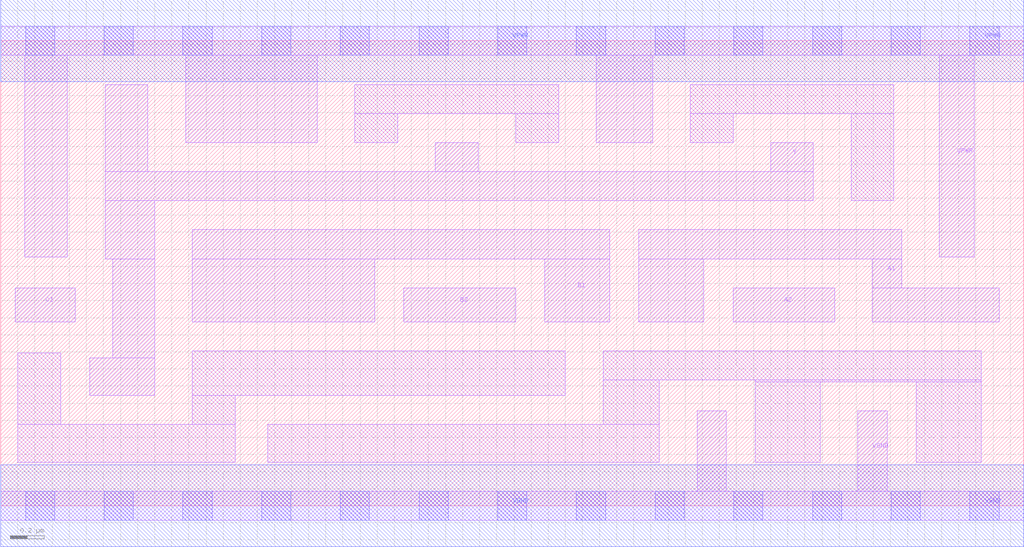
<source format=lef>
# Copyright 2020 The SkyWater PDK Authors
#
# Licensed under the Apache License, Version 2.0 (the "License");
# you may not use this file except in compliance with the License.
# You may obtain a copy of the License at
#
#     https://www.apache.org/licenses/LICENSE-2.0
#
# Unless required by applicable law or agreed to in writing, software
# distributed under the License is distributed on an "AS IS" BASIS,
# WITHOUT WARRANTIES OR CONDITIONS OF ANY KIND, either express or implied.
# See the License for the specific language governing permissions and
# limitations under the License.
#
# SPDX-License-Identifier: Apache-2.0

VERSION 5.7 ;
  NAMESCASESENSITIVE ON ;
  NOWIREEXTENSIONATPIN ON ;
  DIVIDERCHAR "/" ;
  BUSBITCHARS "[]" ;
UNITS
  DATABASE MICRONS 200 ;
END UNITS
PROPERTYDEFINITIONS
  MACRO maskLayoutSubType STRING ;
  MACRO prCellType STRING ;
  MACRO originalViewName STRING ;
END PROPERTYDEFINITIONS
MACRO sky130_fd_sc_hdll__o221ai_2
  CLASS CORE ;
  FOREIGN sky130_fd_sc_hdll__o221ai_2 ;
  ORIGIN  0.000000  0.000000 ;
  SIZE  5.980000 BY  2.720000 ;
  SYMMETRY X Y R90 ;
  SITE unithd ;
  PIN A1
    ANTENNAGATEAREA  0.555000 ;
    DIRECTION INPUT ;
    USE SIGNAL ;
    PORT
      LAYER li1 ;
        RECT 3.730000 1.075000 4.110000 1.445000 ;
        RECT 3.730000 1.445000 5.265000 1.615000 ;
        RECT 5.095000 1.075000 5.835000 1.275000 ;
        RECT 5.095000 1.275000 5.265000 1.445000 ;
    END
  END A1
  PIN A2
    ANTENNAGATEAREA  0.555000 ;
    DIRECTION INPUT ;
    USE SIGNAL ;
    PORT
      LAYER li1 ;
        RECT 4.280000 1.075000 4.875000 1.275000 ;
    END
  END A2
  PIN B1
    ANTENNAGATEAREA  0.555000 ;
    DIRECTION INPUT ;
    USE SIGNAL ;
    PORT
      LAYER li1 ;
        RECT 1.120000 1.075000 2.185000 1.445000 ;
        RECT 1.120000 1.445000 3.560000 1.615000 ;
        RECT 3.180000 1.075000 3.560000 1.445000 ;
    END
  END B1
  PIN B2
    ANTENNAGATEAREA  0.555000 ;
    DIRECTION INPUT ;
    USE SIGNAL ;
    PORT
      LAYER li1 ;
        RECT 2.355000 1.075000 3.010000 1.275000 ;
    END
  END B2
  PIN C1
    ANTENNAGATEAREA  0.555000 ;
    DIRECTION INPUT ;
    USE SIGNAL ;
    PORT
      LAYER li1 ;
        RECT 0.085000 1.075000 0.435000 1.275000 ;
    END
  END C1
  PIN Y
    ANTENNADIFFAREA  1.078000 ;
    DIRECTION OUTPUT ;
    USE SIGNAL ;
    PORT
      LAYER li1 ;
        RECT 0.520000 0.645000 0.900000 0.865000 ;
        RECT 0.610000 1.445000 0.900000 1.785000 ;
        RECT 0.610000 1.785000 4.750000 1.955000 ;
        RECT 0.610000 1.955000 0.860000 2.465000 ;
        RECT 0.655000 0.865000 0.900000 1.445000 ;
        RECT 2.540000 1.955000 2.790000 2.125000 ;
        RECT 4.500000 1.955000 4.750000 2.125000 ;
    END
  END Y
  PIN VGND
    DIRECTION INOUT ;
    USE GROUND ;
    PORT
      LAYER li1 ;
        RECT 0.000000 -0.085000 5.980000 0.085000 ;
        RECT 4.070000  0.085000 4.240000 0.555000 ;
        RECT 5.010000  0.085000 5.180000 0.555000 ;
      LAYER mcon ;
        RECT 0.145000 -0.085000 0.315000 0.085000 ;
        RECT 0.605000 -0.085000 0.775000 0.085000 ;
        RECT 1.065000 -0.085000 1.235000 0.085000 ;
        RECT 1.525000 -0.085000 1.695000 0.085000 ;
        RECT 1.985000 -0.085000 2.155000 0.085000 ;
        RECT 2.445000 -0.085000 2.615000 0.085000 ;
        RECT 2.905000 -0.085000 3.075000 0.085000 ;
        RECT 3.365000 -0.085000 3.535000 0.085000 ;
        RECT 3.825000 -0.085000 3.995000 0.085000 ;
        RECT 4.285000 -0.085000 4.455000 0.085000 ;
        RECT 4.745000 -0.085000 4.915000 0.085000 ;
        RECT 5.205000 -0.085000 5.375000 0.085000 ;
        RECT 5.665000 -0.085000 5.835000 0.085000 ;
      LAYER met1 ;
        RECT 0.000000 -0.240000 5.980000 0.240000 ;
    END
  END VGND
  PIN VPWR
    DIRECTION INOUT ;
    USE POWER ;
    PORT
      LAYER li1 ;
        RECT 0.000000 2.635000 5.980000 2.805000 ;
        RECT 0.140000 1.455000 0.390000 2.635000 ;
        RECT 1.080000 2.125000 1.850000 2.635000 ;
        RECT 3.480000 2.125000 3.810000 2.635000 ;
        RECT 5.485000 1.455000 5.690000 2.635000 ;
      LAYER mcon ;
        RECT 0.145000 2.635000 0.315000 2.805000 ;
        RECT 0.605000 2.635000 0.775000 2.805000 ;
        RECT 1.065000 2.635000 1.235000 2.805000 ;
        RECT 1.525000 2.635000 1.695000 2.805000 ;
        RECT 1.985000 2.635000 2.155000 2.805000 ;
        RECT 2.445000 2.635000 2.615000 2.805000 ;
        RECT 2.905000 2.635000 3.075000 2.805000 ;
        RECT 3.365000 2.635000 3.535000 2.805000 ;
        RECT 3.825000 2.635000 3.995000 2.805000 ;
        RECT 4.285000 2.635000 4.455000 2.805000 ;
        RECT 4.745000 2.635000 4.915000 2.805000 ;
        RECT 5.205000 2.635000 5.375000 2.805000 ;
        RECT 5.665000 2.635000 5.835000 2.805000 ;
      LAYER met1 ;
        RECT 0.000000 2.480000 5.980000 2.960000 ;
    END
  END VPWR
  OBS
    LAYER li1 ;
      RECT 0.100000 0.255000 1.370000 0.475000 ;
      RECT 0.100000 0.475000 0.350000 0.895000 ;
      RECT 1.120000 0.475000 1.370000 0.645000 ;
      RECT 1.120000 0.645000 3.300000 0.905000 ;
      RECT 1.560000 0.255000 3.850000 0.475000 ;
      RECT 2.070000 2.125000 2.320000 2.295000 ;
      RECT 2.070000 2.295000 3.260000 2.465000 ;
      RECT 3.010000 2.125000 3.260000 2.295000 ;
      RECT 3.520000 0.475000 3.850000 0.735000 ;
      RECT 3.520000 0.735000 5.730000 0.905000 ;
      RECT 4.030000 2.125000 4.280000 2.295000 ;
      RECT 4.030000 2.295000 5.220000 2.465000 ;
      RECT 4.410000 0.255000 4.790000 0.725000 ;
      RECT 4.410000 0.725000 5.730000 0.735000 ;
      RECT 4.970000 1.785000 5.220000 2.295000 ;
      RECT 5.350000 0.255000 5.730000 0.725000 ;
  END
  PROPERTY maskLayoutSubType "abstract" ;
  PROPERTY prCellType "standard" ;
  PROPERTY originalViewName "layout" ;
END sky130_fd_sc_hdll__o221ai_2

</source>
